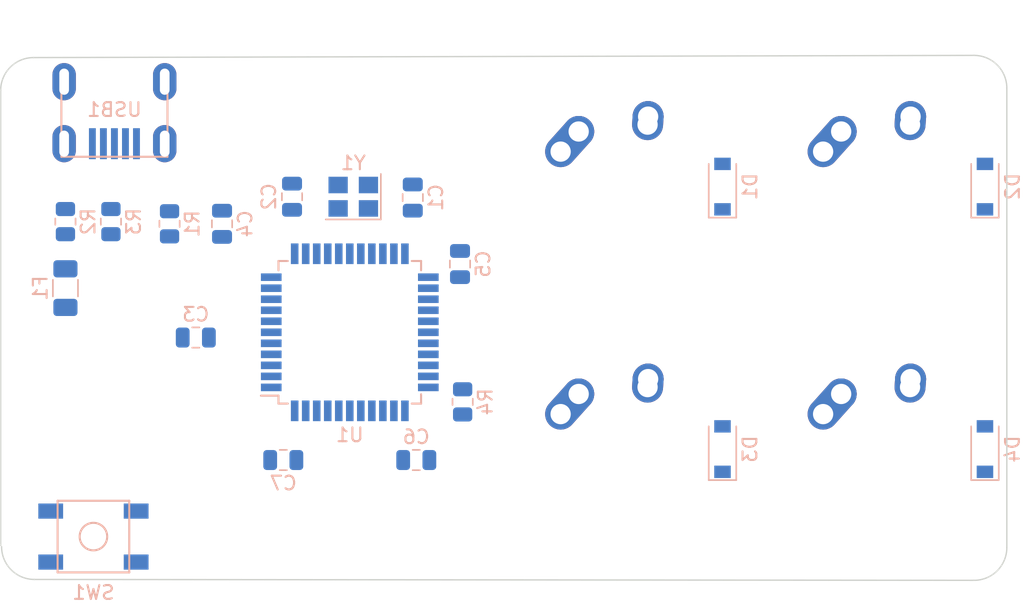
<source format=kicad_pcb>
(kicad_pcb (version 20211014) (generator pcbnew)
  (layers (0 "F.Cu" signal) (31 "B.Cu" signal) (34 "B.Paste" user) (35 "F.Paste" user) (36 "B.SilkS" user "B.Silkscreen") (37 "F.SilkS" user "F.Silkscreen") (38 "B.Mask" user) (39 "F.Mask" user) (44 "Edge.Cuts" user))
  (net 0 "")
  (net 1 "GND")
  (net 2 "Net-(C1-Pad2)")
  (net 3 "Net-(C2-Pad2)")
  (net 4 "Net-(C3-Pad1)")
  (net 5 "+5V")
  (net 6 "ROW0")
  (net 7 "Net-(D1-Pad2)")
  (net 8 "Net-(D2-Pad2)")
  (net 9 "ROW1")
  (net 10 "Net-(D3-Pad2)")
  (net 11 "Net-(D4-Pad2)")
  (net 12 "VCC")
  (net 13 "COL0")
  (net 14 "COL1")
  (net 15 "Net-(R1-Pad2)")
  (net 16 "Net-(R2-Pad1)")
  (net 17 "D+")
  (net 18 "D-")
  (net 19 "Net-(R3-Pad2)")
  (net 20 "Net-(R4-Pad1)")
  (footprint "MX_Alps_Hybrid:MX-1U-NoLED" (layer "F.Cu") (at 120.65 117.475)
    (fp_text reference "MX1")
    (fp_text value "MX-NoLED")
    (pad "" np_thru_hole circle locked (at 0 0) (size 3.9878 3.9878) (drill 3.9878) (layers *.Cu *.Mask))
    (pad "" np_thru_hole circle locked (at -5.08 0 48.0996) (size 1.75 1.75) (drill 1.75) (layers *.Cu *.Mask))
    (pad "" np_thru_hole circle locked (at 5.08 0 48.0996) (size 1.75 1.75) (drill 1.75) (layers *.Cu *.Mask))
    (pad "1" thru_hole circle locked (at -2.5 -4) (size 2.25 2.25) (drill 1.47) (layers *.Cu "B.Mask") (net 13 "COL0"))
    (pad "1" thru_hole oval locked (at -3.81 -2.54 48.0996) (size 4.211556 2.25) (drill 1.47 (offset 0.980778 0)) (layers *.Cu "B.Mask") (net 13 "COL0"))
    (pad "2" thru_hole oval locked (at 2.5 -4.5 86.0548) (size 2.831378 2.25) (drill 1.47 (offset 0.290689 0)) (layers *.Cu "B.Mask") (net 7 "Net-(D1-Pad2)"))
    (pad "2" thru_hole circle locked (at 2.54 -5.08) (size 2.25 2.25) (drill 1.47) (layers *.Cu "B.Mask") (net 7 "Net-(D1-Pad2)"))
  )
  (footprint "MX_Alps_Hybrid:MX-1U-NoLED" (layer "F.Cu") (at 139.7 136.525)
    (fp_text reference "MX4")
    (fp_text value "MX-NoLED")
    (pad "" np_thru_hole circle locked (at 5.08 0 48.0996) (size 1.75 1.75) (drill 1.75) (layers *.Cu *.Mask))
    (pad "" np_thru_hole circle locked (at 0 0) (size 3.9878 3.9878) (drill 3.9878) (layers *.Cu *.Mask))
    (pad "" np_thru_hole circle locked (at -5.08 0 48.0996) (size 1.75 1.75) (drill 1.75) (layers *.Cu *.Mask))
    (pad "1" thru_hole oval locked (at -3.81 -2.54 48.0996) (size 4.211556 2.25) (drill 1.47 (offset 0.980778 0)) (layers *.Cu "B.Mask") (net 14 "COL1"))
    (pad "1" thru_hole circle locked (at -2.5 -4) (size 2.25 2.25) (drill 1.47) (layers *.Cu "B.Mask") (net 14 "COL1"))
    (pad "2" thru_hole circle locked (at 2.54 -5.08) (size 2.25 2.25) (drill 1.47) (layers *.Cu "B.Mask") (net 11 "Net-(D4-Pad2)"))
    (pad "2" thru_hole oval locked (at 2.5 -4.5 86.0548) (size 2.831378 2.25) (drill 1.47 (offset 0.290689 0)) (layers *.Cu "B.Mask") (net 11 "Net-(D4-Pad2)"))
  )
  (footprint "MX_Alps_Hybrid:MX-1U-NoLED" (layer "F.Cu") (at 139.7 117.475)
    (fp_text reference "MX2")
    (fp_text value "MX-NoLED")
    (pad "" np_thru_hole circle locked (at 5.08 0 48.0996) (size 1.75 1.75) (drill 1.75) (layers *.Cu *.Mask))
    (pad "" np_thru_hole circle locked (at -5.08 0 48.0996) (size 1.75 1.75) (drill 1.75) (layers *.Cu *.Mask))
    (pad "" np_thru_hole circle locked (at 0 0) (size 3.9878 3.9878) (drill 3.9878) (layers *.Cu *.Mask))
    (pad "1" thru_hole oval locked (at -3.81 -2.54 48.0996) (size 4.211556 2.25) (drill 1.47 (offset 0.980778 0)) (layers *.Cu "B.Mask") (net 14 "COL1"))
    (pad "1" thru_hole circle locked (at -2.5 -4) (size 2.25 2.25) (drill 1.47) (layers *.Cu "B.Mask") (net 14 "COL1"))
    (pad "2" thru_hole circle locked (at 2.54 -5.08) (size 2.25 2.25) (drill 1.47) (layers *.Cu "B.Mask") (net 8 "Net-(D2-Pad2)"))
    (pad "2" thru_hole oval locked (at 2.5 -4.5 86.0548) (size 2.831378 2.25) (drill 1.47 (offset 0.290689 0)) (layers *.Cu "B.Mask") (net 8 "Net-(D2-Pad2)"))
  )
  (footprint "MX_Alps_Hybrid:MX-1U-NoLED" (layer "F.Cu") (at 120.65 136.525)
    (fp_text reference "MX3")
    (fp_text value "MX-NoLED")
    (pad "" np_thru_hole circle locked (at 0 0) (size 3.9878 3.9878) (drill 3.9878) (layers *.Cu *.Mask))
    (pad "" np_thru_hole circle locked (at 5.08 0 48.0996) (size 1.75 1.75) (drill 1.75) (layers *.Cu *.Mask))
    (pad "" np_thru_hole circle locked (at -5.08 0 48.0996) (size 1.75 1.75) (drill 1.75) (layers *.Cu *.Mask))
    (pad "1" thru_hole oval locked (at -3.81 -2.54 48.0996) (size 4.211556 2.25) (drill 1.47 (offset 0.980778 0)) (layers *.Cu "B.Mask") (net 13 "COL0"))
    (pad "1" thru_hole circle locked (at -2.5 -4) (size 2.25 2.25) (drill 1.47) (layers *.Cu "B.Mask") (net 13 "COL0"))
    (pad "2" thru_hole circle locked (at 2.54 -5.08) (size 2.25 2.25) (drill 1.47) (layers *.Cu "B.Mask") (net 10 "Net-(D3-Pad2)"))
    (pad "2" thru_hole oval locked (at 2.5 -4.5 86.0548) (size 2.831378 2.25) (drill 1.47 (offset 0.290689 0)) (layers *.Cu "B.Mask") (net 10 "Net-(D3-Pad2)"))
  )
  (footprint "Package_QFP:TQFP-44_10x10mm_P0.8mm" (layer "B.Cu") (at 101.5365 128.04775)
    (fp_text reference "U1" (at 0 7.45) (layer "B.SilkS") (effects (justify mirror)))
    (fp_text value "ATmega32U4-A")
    (fp_line (start -5.175 -5.175) (end -5.175 -4.5) (layer "B.SilkS") (width 0.15))
    (fp_line (start 5.175 5.175) (end 5.175 4.5) (layer "B.SilkS") (width 0.15))
    (fp_line (start 5.175 -5.175) (end 4.5 -5.175) (layer "B.SilkS") (width 0.15))
    (fp_line (start -5.175 5.175) (end -4.5 5.175) (layer "B.SilkS") (width 0.15))
    (fp_line (start -5.175 -5.175) (end -4.5 -5.175) (layer "B.SilkS") (width 0.15))
    (fp_line (start 5.175 -5.175) (end 5.175 -4.5) (layer "B.SilkS") (width 0.15))
    (fp_line (start -5.175 5.175) (end -5.175 4.6) (layer "B.SilkS") (width 0.15))
    (fp_line (start 5.175 5.175) (end 4.5 5.175) (layer "B.SilkS") (width 0.15))
    (fp_line (start -5.175 4.6) (end -6.45 4.6) (layer "B.SilkS") (width 0.15))
    (pad "1" smd rect (at -5.7 4) (size 1.5 0.55) (layers "B.Cu" "B.Paste" "B.Mask"))
    (pad "2" smd rect (at -5.7 3.2) (size 1.5 0.55) (layers "B.Cu" "B.Paste" "B.Mask") (net 5 "+5V"))
    (pad "3" smd rect (at -5.7 2.4) (size 1.5 0.55) (layers "B.Cu" "B.Paste" "B.Mask") (net 19 "Net-(R3-Pad2)"))
    (pad "4" smd rect (at -5.7 1.6) (size 1.5 0.55) (layers "B.Cu" "B.Paste" "B.Mask") (net 16 "Net-(R2-Pad1)"))
    (pad "5" smd rect (at -5.7 0.8) (size 1.5 0.55) (layers "B.Cu" "B.Paste" "B.Mask") (net 1 "GND"))
    (pad "6" smd rect (at -5.7 0) (size 1.5 0.55) (layers "B.Cu" "B.Paste" "B.Mask") (net 4 "Net-(C3-Pad1)"))
    (pad "7" smd rect (at -5.7 -0.8) (size 1.5 0.55) (layers "B.Cu" "B.Paste" "B.Mask") (net 5 "+5V"))
    (pad "8" smd rect (at -5.7 -1.6) (size 1.5 0.55) (layers "B.Cu" "B.Paste" "B.Mask"))
    (pad "9" smd rect (at -5.7 -2.4) (size 1.5 0.55) (layers "B.Cu" "B.Paste" "B.Mask"))
    (pad "10" smd rect (at -5.7 -3.2) (size 1.5 0.55) (layers "B.Cu" "B.Paste" "B.Mask"))
    (pad "11" smd rect (at -5.7 -4) (size 1.5 0.55) (layers "B.Cu" "B.Paste" "B.Mask"))
    (pad "12" smd rect (at -4 -5.7 270) (size 1.5 0.55) (layers "B.Cu" "B.Paste" "B.Mask"))
    (pad "13" smd rect (at -3.2 -5.7 270) (size 1.5 0.55) (layers "B.Cu" "B.Paste" "B.Mask") (net 15 "Net-(R1-Pad2)"))
    (pad "14" smd rect (at -2.4 -5.7 270) (size 1.5 0.55) (layers "B.Cu" "B.Paste" "B.Mask") (net 5 "+5V"))
    (pad "15" smd rect (at -1.6 -5.7 270) (size 1.5 0.55) (layers "B.Cu" "B.Paste" "B.Mask") (net 1 "GND"))
    (pad "16" smd rect (at -0.8 -5.7 270) (size 1.5 0.55) (layers "B.Cu" "B.Paste" "B.Mask") (net 3 "Net-(C2-Pad2)"))
    (pad "17" smd rect (at 0 -5.7 270) (size 1.5 0.55) (layers "B.Cu" "B.Paste" "B.Mask") (net 2 "Net-(C1-Pad2)"))
    (pad "18" smd rect (at 0.8 -5.7 270) (size 1.5 0.55) (layers "B.Cu" "B.Paste" "B.Mask"))
    (pad "19" smd rect (at 1.6 -5.7 270) (size 1.5 0.55) (layers "B.Cu" "B.Paste" "B.Mask"))
    (pad "20" smd rect (at 2.4 -5.7 270) (size 1.5 0.55) (layers "B.Cu" "B.Paste" "B.Mask"))
    (pad "21" smd rect (at 3.2 -5.7 270) (size 1.5 0.55) (layers "B.Cu" "B.Paste" "B.Mask"))
    (pad "22" smd rect (at 4 -5.7 270) (size 1.5 0.55) (layers "B.Cu" "B.Paste" "B.Mask"))
    (pad "23" smd rect (at 5.7 -4) (size 1.5 0.55) (layers "B.Cu" "B.Paste" "B.Mask") (net 1 "GND"))
    (pad "24" smd rect (at 5.7 -3.2) (size 1.5 0.55) (layers "B.Cu" "B.Paste" "B.Mask") (net 5 "+5V"))
    (pad "25" smd rect (at 5.7 -2.4) (size 1.5 0.55) (layers "B.Cu" "B.Paste" "B.Mask"))
    (pad "26" smd rect (at 5.7 -1.6) (size 1.5 0.55) (layers "B.Cu" "B.Paste" "B.Mask"))
    (pad "27" smd rect (at 5.7 -0.8) (size 1.5 0.55) (layers "B.Cu" "B.Paste" "B.Mask") (net 6 "ROW0"))
    (pad "28" smd rect (at 5.7 0) (size 1.5 0.55) (layers "B.Cu" "B.Paste" "B.Mask") (net 14 "COL1"))
    (pad "29" smd rect (at 5.7 0.8) (size 1.5 0.55) (layers "B.Cu" "B.Paste" "B.Mask") (net 13 "COL0"))
    (pad "30" smd rect (at 5.7 1.6) (size 1.5 0.55) (layers "B.Cu" "B.Paste" "B.Mask") (net 9 "ROW1"))
    (pad "31" smd rect (at 5.7 2.4) (size 1.5 0.55) (layers "B.Cu" "B.Paste" "B.Mask"))
    (pad "32" smd rect (at 5.7 3.2) (size 1.5 0.55) (layers "B.Cu" "B.Paste" "B.Mask"))
    (pad "33" smd rect (at 5.7 4) (size 1.5 0.55) (layers "B.Cu" "B.Paste" "B.Mask") (net 20 "Net-(R4-Pad1)"))
    (pad "34" smd rect (at 4 5.7 270) (size 1.5 0.55) (layers "B.Cu" "B.Paste" "B.Mask") (net 5 "+5V"))
    (pad "35" smd rect (at 3.2 5.7 270) (size 1.5 0.55) (layers "B.Cu" "B.Paste" "B.Mask") (net 1 "GND"))
    (pad "36" smd rect (at 2.4 5.7 270) (size 1.5 0.55) (layers "B.Cu" "B.Paste" "B.Mask"))
    (pad "37" smd rect (at 1.6 5.7 270) (size 1.5 0.55) (layers "B.Cu" "B.Paste" "B.Mask"))
    (pad "38" smd rect (at 0.8 5.7 270) (size 1.5 0.55) (layers "B.Cu" "B.Paste" "B.Mask"))
    (pad "39" smd rect (at 0 5.7 270) (size 1.5 0.55) (layers "B.Cu" "B.Paste" "B.Mask"))
    (pad "40" smd rect (at -0.8 5.7 270) (size 1.5 0.55) (layers "B.Cu" "B.Paste" "B.Mask"))
    (pad "41" smd rect (at -1.6 5.7 270) (size 1.5 0.55) (layers "B.Cu" "B.Paste" "B.Mask"))
    (pad "42" smd rect (at -2.4 5.7 270) (size 1.5 0.55) (layers "B.Cu" "B.Paste" "B.Mask"))
    (pad "43" smd rect (at -3.2 5.7 270) (size 1.5 0.55) (layers "B.Cu" "B.Paste" "B.Mask") (net 1 "GND"))
    (pad "44" smd rect (at -4 5.7 270) (size 1.5 0.55) (layers "B.Cu" "B.Paste" "B.Mask") (net 5 "+5V"))
  )
  (footprint "Capacitor_SMD:C_0805_2012Metric" (layer "B.Cu") (at 90.3605 128.42875 180)
    (fp_text reference "C3" (at 0 1.68) (layer "B.SilkS") (effects (justify mirror)))
    (fp_text value "1uF")
    (fp_line (start -0.261252 -0.735) (end 0.261252 -0.735) (layer "B.SilkS") (width 0.12))
    (fp_line (start -0.261252 0.735) (end 0.261252 0.735) (layer "B.SilkS") (width 0.12))
    (pad "1" smd roundrect (at -0.95 0 180) (size 1 1.45) (layers "B.Cu" "B.Paste" "B.Mask") (net 4 "Net-(C3-Pad1)"))
    (pad "2" smd roundrect (at 0.95 0 180) (size 1 1.45) (layers "B.Cu" "B.Paste" "B.Mask") (net 1 "GND"))
  )
  (footprint "Capacitor_SMD:C_0805_2012Metric" (layer "B.Cu") (at 92.2655 120.17375 90)
    (fp_text reference "C4" (at 0 1.68 90) (layer "B.SilkS") (effects (justify mirror)))
    (fp_text value "0.1uF")
    (fp_line (start -0.261252 -0.735) (end 0.261252 -0.735) (layer "B.SilkS") (width 0.12))
    (fp_line (start -0.261252 0.735) (end 0.261252 0.735) (layer "B.SilkS") (width 0.12))
    (pad "1" smd roundrect (at -0.95 0 90) (size 1 1.45) (layers "B.Cu" "B.Paste" "B.Mask") (net 5 "+5V"))
    (pad "2" smd roundrect (at 0.95 0 90) (size 1 1.45) (layers "B.Cu" "B.Paste" "B.Mask") (net 1 "GND"))
  )
  (footprint "Capacitor_SMD:C_0805_2012Metric" (layer "B.Cu") (at 106.1085 118.26875 90)
    (fp_text reference "C1" (at 0 1.68 90) (layer "B.SilkS") (effects (justify mirror)))
    (fp_text value "22")
    (fp_line (start -0.261252 -0.735) (end 0.261252 -0.735) (layer "B.SilkS") (width 0.12))
    (fp_line (start -0.261252 0.735) (end 0.261252 0.735) (layer "B.SilkS") (width 0.12))
    (pad "1" smd roundrect (at -0.95 0 90) (size 1 1.45) (layers "B.Cu" "B.Paste" "B.Mask") (net 1 "GND"))
    (pad "2" smd roundrect (at 0.95 0 90) (size 1 1.45) (layers "B.Cu" "B.Paste" "B.Mask") (net 2 "Net-(C1-Pad2)"))
  )
  (footprint "Diode_SMD:D_SOD-123" (layer "B.Cu") (at 147.6375 117.475 90)
    (fp_text reference "D2" (at 0 2 90) (layer "B.SilkS") (effects (justify mirror)))
    (fp_text value "SOD-123")
    (fp_line (start -2.25 1) (end 1.65 1) (layer "B.SilkS") (width 0.12))
    (fp_line (start -2.25 -1) (end 1.65 -1) (layer "B.SilkS") (width 0.12))
    (fp_line (start -2.25 1) (end -2.25 -1) (layer "B.SilkS") (width 0.12))
    (pad "1" smd rect (at -1.65 0 90) (size 0.9 1.2) (layers "B.Cu" "B.Paste" "B.Mask") (net 6 "ROW0"))
    (pad "2" smd rect (at 1.65 0 90) (size 0.9 1.2) (layers "B.Cu" "B.Paste" "B.Mask") (net 8 "Net-(D2-Pad2)"))
  )
  (footprint "Capacitor_SMD:C_0805_2012Metric" (layer "B.Cu") (at 97.3455 118.20775 -90)
    (fp_text reference "C2" (at 0 1.68 90) (layer "B.SilkS") (effects (justify mirror)))
    (fp_text value "22")
    (fp_line (start -0.261252 -0.735) (end 0.261252 -0.735) (layer "B.SilkS") (width 0.12))
    (fp_line (start -0.261252 0.735) (end 0.261252 0.735) (layer "B.SilkS") (width 0.12))
    (pad "1" smd roundrect (at -0.95 0 270) (size 1 1.45) (layers "B.Cu" "B.Paste" "B.Mask") (net 1 "GND"))
    (pad "2" smd roundrect (at 0.95 0 270) (size 1 1.45) (layers "B.Cu" "B.Paste" "B.Mask") (net 3 "Net-(C2-Pad2)"))
  )
  (footprint "Resistor_SMD:R_0805_2012Metric" (layer "B.Cu") (at 84.201 120.015 90)
    (fp_text reference "R3" (at 0 1.65 90) (layer "B.SilkS") (effects (justify mirror)))
    (fp_text value "22")
    (fp_line (start -0.227064 -0.735) (end 0.227064 -0.735) (layer "B.SilkS") (width 0.12))
    (fp_line (start -0.227064 0.735) (end 0.227064 0.735) (layer "B.SilkS") (width 0.12))
    (pad "1" smd roundrect (at -0.9125 0 90) (size 1.025 1.4) (layers "B.Cu" "B.Paste" "B.Mask") (roundrect_rratio 0.243902) (net 18 "D-"))
    (pad "2" smd roundrect (at 0.9125 0 90) (size 1.025 1.4) (layers "B.Cu" "B.Paste" "B.Mask") (roundrect_rratio 0.243902) (net 19 "Net-(R3-Pad2)"))
  )
  (footprint "Capacitor_SMD:C_0805_2012Metric" (layer "B.Cu") (at 96.7105 137.31875)
    (fp_text reference "C7" (at 0 1.68) (layer "B.SilkS") (effects (justify mirror)))
    (fp_text value "10uF")
    (fp_line (start -0.261252 0.735) (end 0.261252 0.735) (layer "B.SilkS") (width 0.12))
    (fp_line (start -0.261252 -0.735) (end 0.261252 -0.735) (layer "B.SilkS") (width 0.12))
    (pad "1" smd roundrect (at -0.95 0) (size 1 1.45) (layers "B.Cu" "B.Paste" "B.Mask") (net 5 "+5V"))
    (pad "2" smd roundrect (at 0.95 0) (size 1 1.45) (layers "B.Cu" "B.Paste" "B.Mask") (net 1 "GND"))
  )
  (footprint "random-keyboard-parts:SKQG-1155865" (layer "B.Cu") (at 82.931 142.875 180)
    (fp_text reference "SW1" (at 0 -4.064) (layer "B.SilkS") (effects (justify mirror)))
    (fp_text value "SW_Push")
    (fp_line (start -2.6 -2.6) (end -2.6 2.6) (layer "B.SilkS") (width 0.15))
    (fp_line (start -2.6 2.6) (end 2.6 2.6) (layer "B.SilkS") (width 0.15))
    (fp_line (start 2.6 -2.6) (end -2.6 -2.6) (layer "B.SilkS") (width 0.15))
    (fp_line (start 2.6 2.6) (end 2.6 -2.6) (layer "B.SilkS") (width 0.15))
    (fp_circle (center 0 0) (end 1 0) (layer "B.SilkS") (width 0.15) (fill none))
    (pad "1" smd rect locked (at 3.1 -1.85 180) (size 1.8 1.1) (layers "B.Cu" "B.Paste" "B.Mask") (net 1 "GND"))
    (pad "2" smd rect locked (at -3.1 1.85 180) (size 1.8 1.1) (layers "B.Cu" "B.Paste" "B.Mask") (net 15 "Net-(R1-Pad2)"))
    (pad "3" smd rect locked (at 3.1 1.85 180) (size 1.8 1.1) (layers "B.Cu" "B.Paste" "B.Mask"))
    (pad "4" smd rect locked (at -3.1 -1.85 180) (size 1.8 1.1) (layers "B.Cu" "B.Paste" "B.Mask"))
  )
  (footprint "Crystal:Crystal_SMD_3225-4Pin_3.2x2.5mm" (layer "B.Cu") (at 101.7905 118.20775 180)
    (fp_text reference "Y1" (at 0 2.45) (layer "B.SilkS") (effects (justify mirror)))
    (fp_text value "16MHz")
    (fp_line (start -2 -1.65) (end 2 -1.65) (layer "B.SilkS") (width 0.12))
    (fp_line (start -2 1.65) (end -2 -1.65) (layer "B.SilkS") (width 0.12))
    (pad "1" smd rect (at -1.1 -0.85 180) (size 1.4 1.2) (layers "B.Cu" "B.Paste" "B.Mask") (net 2 "Net-(C1-Pad2)"))
    (pad "2" smd rect (at 1.1 -0.85 180) (size 1.4 1.2) (layers "B.Cu" "B.Paste" "B.Mask") (net 1 "GND"))
    (pad "3" smd rect (at 1.1 0.85 180) (size 1.4 1.2) (layers "B.Cu" "B.Paste" "B.Mask") (net 3 "Net-(C2-Pad2)"))
    (pad "4" smd rect (at -1.1 0.85 180) (size 1.4 1.2) (layers "B.Cu" "B.Paste" "B.Mask") (net 1 "GND"))
  )
  (footprint "Diode_SMD:D_SOD-123" (layer "B.Cu") (at 147.6375 136.525 90)
    (fp_text reference "D4" (at 0 2 90) (layer "B.SilkS") (effects (justify mirror)))
    (fp_text value "SOD-123")
    (fp_line (start -2.25 1) (end -2.25 -1) (layer "B.SilkS") (width 0.12))
    (fp_line (start -2.25 -1) (end 1.65 -1) (layer "B.SilkS") (width 0.12))
    (fp_line (start -2.25 1) (end 1.65 1) (layer "B.SilkS") (width 0.12))
    (pad "1" smd rect (at -1.65 0 90) (size 0.9 1.2) (layers "B.Cu" "B.Paste" "B.Mask") (net 9 "ROW1"))
    (pad "2" smd rect (at 1.65 0 90) (size 0.9 1.2) (layers "B.Cu" "B.Paste" "B.Mask") (net 11 "Net-(D4-Pad2)"))
  )
  (footprint "Fuse:Fuse_1206_3216Metric" (layer "B.Cu") (at 80.899 124.841 -90)
    (fp_text reference "F1" (at 0 1.82 90) (layer "B.SilkS") (effects (justify mirror)))
    (fp_text value "500mA")
    (fp_line (start -0.602064 -0.91) (end 0.602064 -0.91) (layer "B.SilkS") (width 0.12))
    (fp_line (start -0.602064 0.91) (end 0.602064 0.91) (layer "B.SilkS") (width 0.12))
    (pad "1" smd roundrect (at -1.4 0 270) (size 1.25 1.75) (layers "B.Cu" "B.Paste" "B.Mask") (roundrect_rratio 0.2) (net 12 "VCC"))
    (pad "2" smd roundrect (at 1.4 0 270) (size 1.25 1.75) (layers "B.Cu" "B.Paste" "B.Mask") (roundrect_rratio 0.2) (net 5 "+5V"))
  )
  (footprint "Resistor_SMD:R_0805_2012Metric" (layer "B.Cu") (at 80.899 120.015 90)
    (fp_text reference "R2" (at 0 1.65 90) (layer "B.SilkS") (effects (justify mirror)))
    (fp_text value "22")
    (fp_line (start -0.227064 -0.735) (end 0.227064 -0.735) (layer "B.SilkS") (width 0.12))
    (fp_line (start -0.227064 0.735) (end 0.227064 0.735) (layer "B.SilkS") (width 0.12))
    (pad "1" smd roundrect (at -0.9125 0 90) (size 1.025 1.4) (layers "B.Cu" "B.Paste" "B.Mask") (roundrect_rratio 0.243902) (net 16 "Net-(R2-Pad1)"))
    (pad "2" smd roundrect (at 0.9125 0 90) (size 1.025 1.4) (layers "B.Cu" "B.Paste" "B.Mask") (roundrect_rratio 0.243902) (net 17 "D+"))
  )
  (footprint "Resistor_SMD:R_0805_2012Metric" (layer "B.Cu") (at 109.728 133.096 90)
    (fp_text reference "R4" (at 0 1.65 90) (layer "B.SilkS") (effects (justify mirror)))
    (fp_text value "10k")
    (fp_line (start -0.227064 -0.735) (end 0.227064 -0.735) (layer "B.SilkS") (width 0.12))
    (fp_line (start -0.227064 0.735) (end 0.227064 0.735) (layer "B.SilkS") (width 0.12))
    (pad "1" smd roundrect (at -0.9125 0 90) (size 1.025 1.4) (layers "B.Cu" "B.Paste" "B.Mask") (roundrect_rratio 0.243902) (net 20 "Net-(R4-Pad1)"))
    (pad "2" smd roundrect (at 0.9125 0 90) (size 1.025 1.4) (layers "B.Cu" "B.Paste" "B.Mask") (roundrect_rratio 0.243902) (net 1 "GND"))
  )
  (footprint "Diode_SMD:D_SOD-123" (layer "B.Cu") (at 128.5875 117.475 90)
    (fp_text reference "D1" (at 0 2 90) (layer "B.SilkS") (effects (justify mirror)))
    (fp_text value "SOD-123")
    (fp_line (start -2.25 1) (end -2.25 -1) (layer "B.SilkS") (width 0.12))
    (fp_line (start -2.25 -1) (end 1.65 -1) (layer "B.SilkS") (width 0.12))
    (fp_line (start -2.25 1) (end 1.65 1) (layer "B.SilkS") (width 0.12))
    (pad "1" smd rect (at -1.65 0 90) (size 0.9 1.2) (layers "B.Cu" "B.Paste" "B.Mask") (net 6 "ROW0"))
    (pad "2" smd rect (at 1.65 0 90) (size 0.9 1.2) (layers "B.Cu" "B.Paste" "B.Mask") (net 7 "Net-(D1-Pad2)"))
  )
  (footprint "Capacitor_SMD:C_0805_2012Metric" (layer "B.Cu") (at 109.5375 123.09475 90)
    (fp_text reference "C5" (at 0 1.68 90) (layer "B.SilkS") (effects (justify mirror)))
    (fp_text value "0.1uF")
    (fp_line (start -0.261252 0.735) (end 0.261252 0.735) (layer "B.SilkS") (width 0.12))
    (fp_line (start -0.261252 -0.735) (end 0.261252 -0.735) (layer "B.SilkS") (width 0.12))
    (pad "1" smd roundrect (at -0.95 0 90) (size 1 1.45) (layers "B.Cu" "B.Paste" "B.Mask") (net 5 "+5V"))
    (pad "2" smd roundrect (at 0.95 0 90) (size 1 1.45) (layers "B.Cu" "B.Paste" "B.Mask") (net 1 "GND"))
  )
  (footprint "Capacitor_SMD:C_0805_2012Metric" (layer "B.Cu") (at 106.3625 137.31875 180)
    (fp_text reference "C6" (at 0 1.68) (layer "B.SilkS") (effects (justify mirror)))
    (fp_text value "0.1uF")
    (fp_line (start -0.261252 -0.735) (end 0.261252 -0.735) (layer "B.SilkS") (width 0.12))
    (fp_line (start -0.261252 0.735) (end 0.261252 0.735) (layer "B.SilkS") (width 0.12))
    (pad "1" smd roundrect (at -0.95 0 180) (size 1 1.45) (layers "B.Cu" "B.Paste" "B.Mask") (net 5 "+5V"))
    (pad "2" smd roundrect (at 0.95 0 180) (size 1 1.45) (layers "B.Cu" "B.Paste" "B.Mask") (net 1 "GND"))
  )
  (footprint "random-keyboard-parts:Molex-0548190589" (layer "B.Cu") (at 84.455 109.8585 -90)
    (fp_text reference "USB1" (at 2.032 0) (layer "B.SilkS") (effects (justify mirror)))
    (fp_text value "Molex-0548190589")
    (fp_line (start 0 3.85) (end 5.45 3.85) (layer "B.SilkS") (width 0.15))
    (fp_line (start 5.45 3.85) (end 5.45 -3.85) (layer "B.SilkS") (width 0.15))
    (fp_line (start 0 -3.85) (end 5.45 -3.85) (layer "B.SilkS") (width 0.15))
    (pad "1" smd rect locked (at 4.5 -1.6 270) (size 2.25 0.5) (layers "B.Cu" "B.Paste" "B.Mask") (net 1 "GND"))
    (pad "2" smd rect locked (at 4.5 -0.8 270) (size 2.25 0.5) (layers "B.Cu" "B.Paste" "B.Mask"))
    (pad "3" smd rect locked (at 4.5 0 270) (size 2.25 0.5) (layers "B.Cu" "B.Paste" "B.Mask") (net 17 "D+"))
    (pad "4" smd rect locked (at 4.5 0.8 270) (size 2.25 0.5) (layers "B.Cu" "B.Paste" "B.Mask") (net 18 "D-"))
    (pad "5" smd rect locked (at 4.5 1.6 270) (size 2.25 0.5) (layers "B.Cu" "B.Paste" "B.Mask") (net 12 "VCC"))
    (pad "6" thru_hole oval locked (at 0 -3.65 270) (size 2.7 1.7) (drill oval 1.9 0.7) (layers *.Cu *.Mask))
    (pad "6" thru_hole oval locked (at 4.5 3.65 270) (size 2.7 1.7) (drill oval 1.9 0.7) (layers *.Cu *.Mask))
    (pad "6" thru_hole oval locked (at 0 3.65 270) (size 2.7 1.7) (drill oval 1.9 0.7) (layers *.Cu *.Mask))
    (pad "6" thru_hole oval locked (at 4.5 -3.65 270) (size 2.7 1.7) (drill oval 1.9 0.7) (layers *.Cu *.Mask))
  )
  (footprint "Resistor_SMD:R_0805_2012Metric" (layer "B.Cu") (at 88.4555 120.17375 90)
    (fp_text reference "R1" (at 0 1.65 90) (layer "B.SilkS") (effects (justify mirror)))
    (fp_text value "10k")
    (fp_line (start -0.227064 -0.735) (end 0.227064 -0.735) (layer "B.SilkS") (width 0.12))
    (fp_line (start -0.227064 0.735) (end 0.227064 0.735) (layer "B.SilkS") (width 0.12))
    (pad "1" smd roundrect (at -0.9125 0 90) (size 1.025 1.4) (layers "B.Cu" "B.Paste" "B.Mask") (roundrect_rratio 0.243902) (net 5 "+5V"))
    (pad "2" smd roundrect (at 0.9125 0 90) (size 1.025 1.4) (layers "B.Cu" "B.Paste" "B.Mask") (roundrect_rratio 0.243902) (net 15 "Net-(R1-Pad2)"))
  )
  (footprint "Diode_SMD:D_SOD-123" (layer "B.Cu") (at 128.5875 136.525 90)
    (fp_text reference "D3" (at 0 2 90) (layer "B.SilkS") (effects (justify mirror)))
    (fp_text value "SOD-123")
    (fp_line (start -2.25 1) (end -2.25 -1) (layer "B.SilkS") (width 0.12))
    (fp_line (start -2.25 1) (end 1.65 1) (layer "B.SilkS") (width 0.12))
    (fp_line (start -2.25 -1) (end 1.65 -1) (layer "B.SilkS") (width 0.12))
    (pad "1" smd rect (at -1.65 0 90) (size 0.9 1.2) (layers "B.Cu" "B.Paste" "B.Mask") (net 9 "ROW1"))
    (pad "2" smd rect (at 1.65 0 90) (size 0.9 1.2) (layers "B.Cu" "B.Paste" "B.Mask") (net 10 "Net-(D3-Pad2)"))
  )
  (gr_line (start 78.58125 108.10875) (end 146.84375 107.95) (layer "Edge.Cuts") (width 0.1))
  (gr_arc (start 146.84375 107.95) (mid 148.527548 108.647452) (end 149.225 110.33125) (layer "Edge.Cuts") (width 0.1))
  (gr_line (start 76.2 143.51) (end 76.2 110.49) (layer "Edge.Cuts") (width 0.1))
  (gr_arc (start 149.225 143.66875) (mid 148.527548 145.352548) (end 146.84375 146.05) (layer "Edge.Cuts") (width 0.1))
  (gr_line (start 146.84375 146.05) (end 78.645798 145.985452) (layer "Edge.Cuts") (width 0.1))
  (gr_arc (start 78.645798 145.985452) (mid 76.962 145.288) (end 76.264548 143.604202) (layer "Edge.Cuts") (width 0.1))
  (gr_arc (start 76.2 110.49) (mid 76.897452 108.806202) (end 78.58125 108.10875) (layer "Edge.Cuts") (width 0.1))
  (gr_line (start 149.225 110.33125) (end 149.225 143.66875) (layer "Edge.Cuts") (width 0.1))
)
</source>
